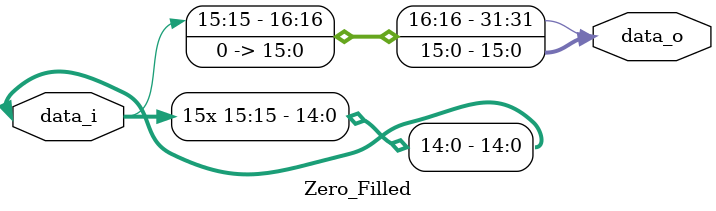
<source format=v>
module Zero_Filled( data_i, data_o );

//I/O ports
input	[16-1:0] data_i;
output	[32-1:0] data_o;

//Internal Signals
wire	[32-1:0] data_o;

//Zero_Filled
/*your code here*/

assign data_o[31] = data_i[15];
assign data_o[31] = data_i[14];
assign data_o[31] = data_i[13];
assign data_o[31] = data_i[12];
assign data_o[31] = data_i[11];
assign data_o[31] = data_i[10];
assign data_o[31] = data_i[9];
assign data_o[31] = data_i[8];
assign data_o[31] = data_i[7];
assign data_o[31] = data_i[6];
assign data_o[31] = data_i[5];
assign data_o[31] = data_i[4];
assign data_o[31] = data_i[3];
assign data_o[31] = data_i[2];
assign data_o[31] = data_i[1];
assign data_o[31] = data_i[0];

//zero_field
assign data_o[15] = 1'b0;
assign data_o[14] = 1'b0;
assign data_o[13] = 1'b0;
assign data_o[12] = 1'b0;
assign data_o[11] = 1'b0;
assign data_o[10] = 1'b0;
assign data_o[9] = 1'b0;
assign data_o[8] = 1'b0;
assign data_o[7] = 1'b0;
assign data_o[6] = 1'b0;
assign data_o[5] = 1'b0;
assign data_o[4] = 1'b0;
assign data_o[3] = 1'b0;
assign data_o[2] = 1'b0;
assign data_o[1] = 1'b0;
assign data_o[0] = 1'b0;

endmodule      

</source>
